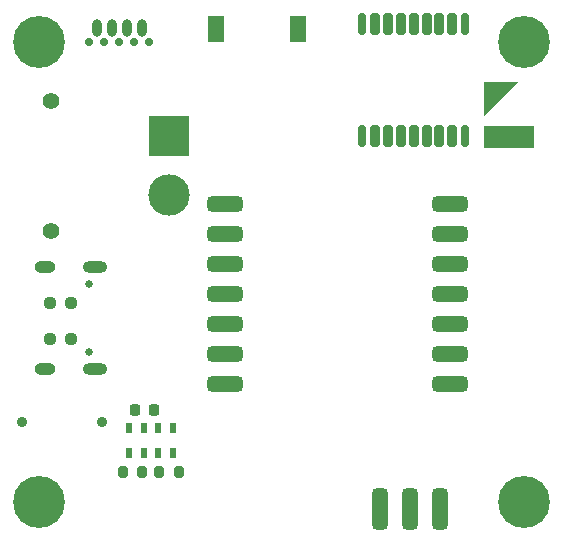
<source format=gbr>
%TF.GenerationSoftware,KiCad,Pcbnew,7.0.2*%
%TF.CreationDate,2023-10-17T14:13:16-04:00*%
%TF.ProjectId,BITSv5,42495453-7635-42e6-9b69-6361645f7063,rev?*%
%TF.SameCoordinates,Original*%
%TF.FileFunction,Soldermask,Bot*%
%TF.FilePolarity,Negative*%
%FSLAX46Y46*%
G04 Gerber Fmt 4.6, Leading zero omitted, Abs format (unit mm)*
G04 Created by KiCad (PCBNEW 7.0.2) date 2023-10-17 14:13:16*
%MOMM*%
%LPD*%
G01*
G04 APERTURE LIST*
G04 Aperture macros list*
%AMRoundRect*
0 Rectangle with rounded corners*
0 $1 Rounding radius*
0 $2 $3 $4 $5 $6 $7 $8 $9 X,Y pos of 4 corners*
0 Add a 4 corners polygon primitive as box body*
4,1,4,$2,$3,$4,$5,$6,$7,$8,$9,$2,$3,0*
0 Add four circle primitives for the rounded corners*
1,1,$1+$1,$2,$3*
1,1,$1+$1,$4,$5*
1,1,$1+$1,$6,$7*
1,1,$1+$1,$8,$9*
0 Add four rect primitives between the rounded corners*
20,1,$1+$1,$2,$3,$4,$5,0*
20,1,$1+$1,$4,$5,$6,$7,0*
20,1,$1+$1,$6,$7,$8,$9,0*
20,1,$1+$1,$8,$9,$2,$3,0*%
G04 Aperture macros list end*
%ADD10C,0.000100*%
%ADD11C,0.889000*%
%ADD12C,4.400000*%
%ADD13C,0.650000*%
%ADD14O,2.100000X1.000000*%
%ADD15O,1.800000X1.000000*%
%ADD16C,0.700000*%
%ADD17O,0.800000X1.500000*%
%ADD18C,1.400000*%
%ADD19R,3.500000X3.500000*%
%ADD20C,3.500000*%
%ADD21RoundRect,0.200000X0.200000X0.275000X-0.200000X0.275000X-0.200000X-0.275000X0.200000X-0.275000X0*%
%ADD22RoundRect,0.102000X2.050000X0.850000X-2.050000X0.850000X-2.050000X-0.850000X2.050000X-0.850000X0*%
%ADD23R,0.550000X0.950000*%
%ADD24RoundRect,0.225000X-0.225000X-0.250000X0.225000X-0.250000X0.225000X0.250000X-0.225000X0.250000X0*%
%ADD25RoundRect,0.322500X-1.177500X-0.322500X1.177500X-0.322500X1.177500X0.322500X-1.177500X0.322500X0*%
%ADD26RoundRect,0.325000X-1.175000X-0.325000X1.175000X-0.325000X1.175000X0.325000X-1.175000X0.325000X0*%
%ADD27RoundRect,0.325000X-0.325000X1.425000X-0.325000X-1.425000X0.325000X-1.425000X0.325000X1.425000X0*%
%ADD28RoundRect,0.200000X-0.200000X-0.275000X0.200000X-0.275000X0.200000X0.275000X-0.200000X0.275000X0*%
%ADD29R,1.362800X2.259800*%
%ADD30RoundRect,0.237500X0.250000X0.237500X-0.250000X0.237500X-0.250000X-0.237500X0.250000X-0.237500X0*%
%ADD31RoundRect,0.237500X-0.250000X-0.237500X0.250000X-0.237500X0.250000X0.237500X-0.250000X0.237500X0*%
%ADD32RoundRect,0.175000X0.175000X-0.725000X0.175000X0.725000X-0.175000X0.725000X-0.175000X-0.725000X0*%
%ADD33RoundRect,0.200000X0.200000X-0.700000X0.200000X0.700000X-0.200000X0.700000X-0.200000X-0.700000X0*%
G04 APERTURE END LIST*
%TO.C,BT2*%
D10*
X145850000Y-51425000D02*
X145850000Y-48625000D01*
X148650000Y-48625000D01*
X145850000Y-51425000D01*
G36*
X145850000Y-51425000D02*
G01*
X145850000Y-48625000D01*
X148650000Y-48625000D01*
X145850000Y-51425000D01*
G37*
%TD*%
D11*
%TO.C,SW3*%
X113560098Y-77455002D03*
X106760102Y-77455002D03*
%TD*%
D12*
%TO.C,H2*%
X108225000Y-84200000D03*
%TD*%
D13*
%TO.C,J2*%
X112400100Y-65708102D03*
X112400100Y-71488102D03*
D14*
X112900100Y-64278102D03*
D15*
X108720100Y-64278102D03*
D14*
X112900100Y-72918102D03*
D15*
X108720100Y-72918102D03*
%TD*%
D16*
%TO.C,J3*%
X117505000Y-45215000D03*
X116235000Y-45215000D03*
X114965000Y-45215000D03*
X113695000Y-45215000D03*
X112425000Y-45215000D03*
D17*
X116870000Y-44060000D03*
X115600000Y-44060000D03*
X114330000Y-44060000D03*
X113060000Y-44060000D03*
%TD*%
D18*
%TO.C,BT1*%
X109205100Y-61223102D03*
X109205100Y-50223102D03*
D19*
X119205100Y-53223102D03*
D20*
X119205100Y-58223102D03*
%TD*%
D12*
%TO.C,H3*%
X149225000Y-84200000D03*
%TD*%
%TO.C,H1*%
X108225000Y-45200000D03*
%TD*%
%TO.C,H4*%
X149225000Y-45200000D03*
%TD*%
D21*
%TO.C,R9*%
X118375000Y-81675000D03*
X120025000Y-81675000D03*
%TD*%
D22*
%TO.C,BT2*%
X148000000Y-53275000D03*
%TD*%
D23*
%TO.C,U11*%
X115800000Y-77925000D03*
X117050000Y-77925000D03*
X118300000Y-77925000D03*
X119550000Y-77925000D03*
X119550000Y-80075000D03*
X118300000Y-80075000D03*
X117050000Y-80075000D03*
X115800000Y-80075000D03*
%TD*%
D24*
%TO.C,C29*%
X116350000Y-76375000D03*
X117900000Y-76375000D03*
%TD*%
D25*
%TO.C,U4*%
X123965000Y-74210000D03*
D26*
X123965000Y-71665000D03*
X123965000Y-69125000D03*
X123965000Y-66585000D03*
X123965000Y-64045000D03*
X123965000Y-61505000D03*
X123965000Y-58965000D03*
X142965000Y-58965000D03*
X142965000Y-61505000D03*
X142965000Y-64045000D03*
X142965000Y-66585000D03*
X142965000Y-69125000D03*
X142965000Y-71665000D03*
D25*
X142965000Y-74210000D03*
D27*
X142135000Y-84815000D03*
X139595000Y-84815000D03*
X137055000Y-84815000D03*
%TD*%
D28*
%TO.C,R6*%
X115275000Y-81675000D03*
X116925000Y-81675000D03*
%TD*%
D29*
%TO.C,AE1*%
X130101301Y-44155000D03*
X123175899Y-44155000D03*
%TD*%
D30*
%TO.C,R8*%
X110932600Y-70348102D03*
X109107600Y-70348102D03*
%TD*%
D31*
%TO.C,R7*%
X109107600Y-67348102D03*
X110932600Y-67348102D03*
%TD*%
D32*
%TO.C,U3*%
X144300000Y-53200000D03*
D33*
X143200000Y-53200000D03*
X142100000Y-53200000D03*
X141000000Y-53200000D03*
X139900000Y-53200000D03*
X138800000Y-53200000D03*
X137700000Y-53200000D03*
X136600000Y-53200000D03*
D32*
X135500000Y-53200000D03*
X135500000Y-43700000D03*
D33*
X136600000Y-43700000D03*
X137700000Y-43700000D03*
X138800000Y-43700000D03*
X139900000Y-43700000D03*
X141000000Y-43700000D03*
X142100000Y-43700000D03*
X143200000Y-43700000D03*
D32*
X144300000Y-43700000D03*
%TD*%
M02*

</source>
